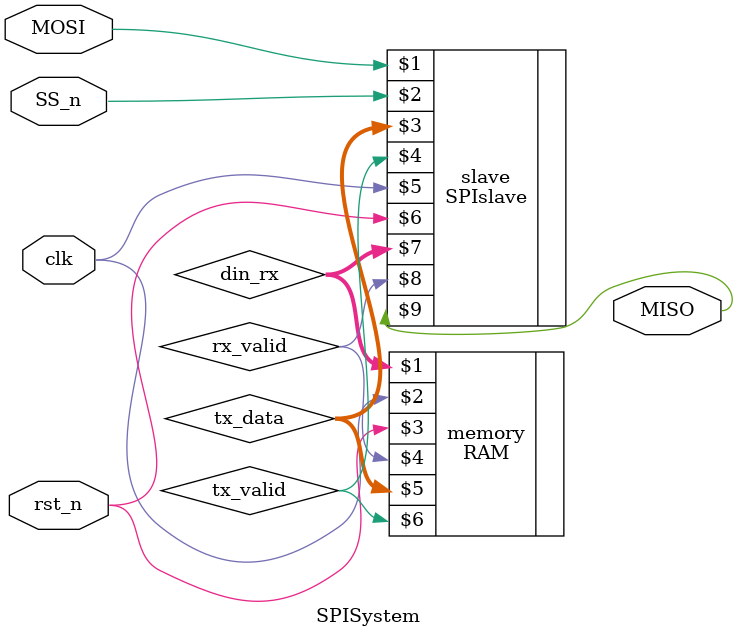
<source format=v>
module SPISystem(MOSI,SS_n,clk,rst_n,MISO);
    parameter MEM_DEPTH = 256;
    parameter ADDR_SIZE = 8;
    input MOSI,SS_n,rst_n,clk;
    output MISO;

    wire [9:0] din_rx;
    wire rx_valid, tx_valid;
    wire [7:0] tx_data;

    RAM memory(din_rx,clk,rst_n,rx_valid,tx_data,tx_valid);
    SPIslave slave(MOSI,SS_n,tx_data,tx_valid,clk,rst_n,din_rx,rx_valid,MISO);
endmodule

</source>
